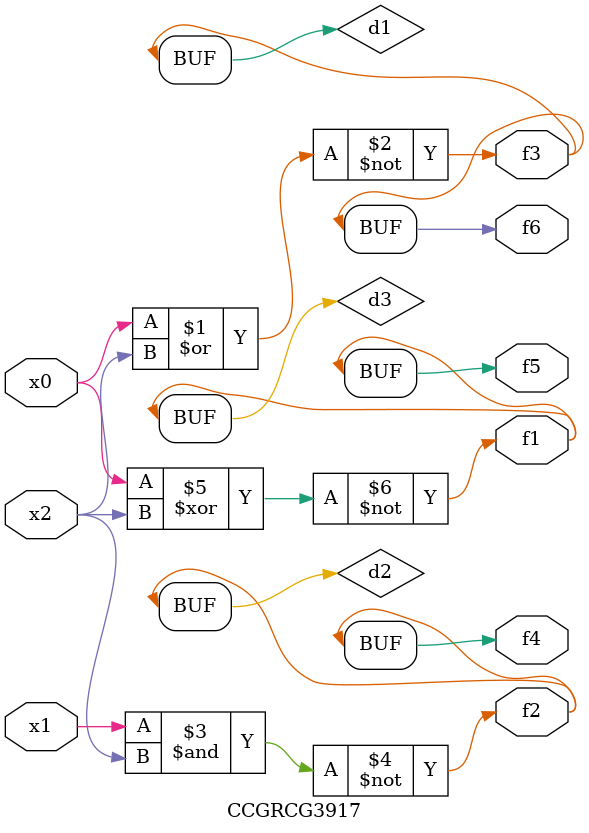
<source format=v>
module CCGRCG3917(
	input x0, x1, x2,
	output f1, f2, f3, f4, f5, f6
);

	wire d1, d2, d3;

	nor (d1, x0, x2);
	nand (d2, x1, x2);
	xnor (d3, x0, x2);
	assign f1 = d3;
	assign f2 = d2;
	assign f3 = d1;
	assign f4 = d2;
	assign f5 = d3;
	assign f6 = d1;
endmodule

</source>
